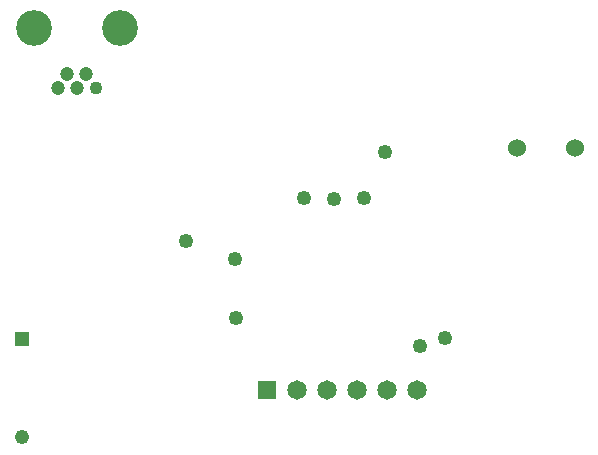
<source format=gbr>
%TF.GenerationSoftware,Altium Limited,Altium Designer,23.9.2 (47)*%
G04 Layer_Color=255*
%FSLAX45Y45*%
%MOMM*%
%TF.SameCoordinates,CBF7E160-FA54-4A09-933F-9C1B5268631E*%
%TF.FilePolarity,Positive*%
%TF.FileFunction,Pads,Bot*%
%TF.Part,Single*%
G01*
G75*
%TA.AperFunction,SMDPad,CuDef*%
%ADD19C,1.25000*%
%TA.AperFunction,ComponentPad*%
%ADD41C,1.10000*%
%ADD42C,1.20000*%
%ADD43C,3.03000*%
%ADD44C,1.52400*%
%ADD45C,1.65000*%
%ADD46R,1.65000X1.65000*%
%ADD47R,1.23800X1.23800*%
%ADD48C,1.23800*%
D19*
X7836524Y7164523D02*
D03*
X8259000Y6508000D02*
D03*
X8245000Y7010000D02*
D03*
X9517000Y7915000D02*
D03*
X9089000Y7522000D02*
D03*
X9819000Y6278000D02*
D03*
X8831000Y7524000D02*
D03*
X9338000Y7531000D02*
D03*
X10031000Y6343000D02*
D03*
D41*
X7070000Y8460500D02*
D03*
D42*
X6989999Y8580500D02*
D03*
X6910000Y8460500D02*
D03*
X6830000Y8580500D02*
D03*
X6749999Y8460500D02*
D03*
D43*
X7275000Y8965500D02*
D03*
X6545000D02*
D03*
D44*
X10637000Y7954000D02*
D03*
X11125000D02*
D03*
D45*
X9786000Y5906000D02*
D03*
X9532000D02*
D03*
X9278000D02*
D03*
X9024000D02*
D03*
X8770000D02*
D03*
D46*
X8516000D02*
D03*
D47*
X6442000Y6334600D02*
D03*
D48*
Y5505400D02*
D03*
%TF.MD5,816377b6d54866aab55ee3dd40867aa3*%
M02*

</source>
